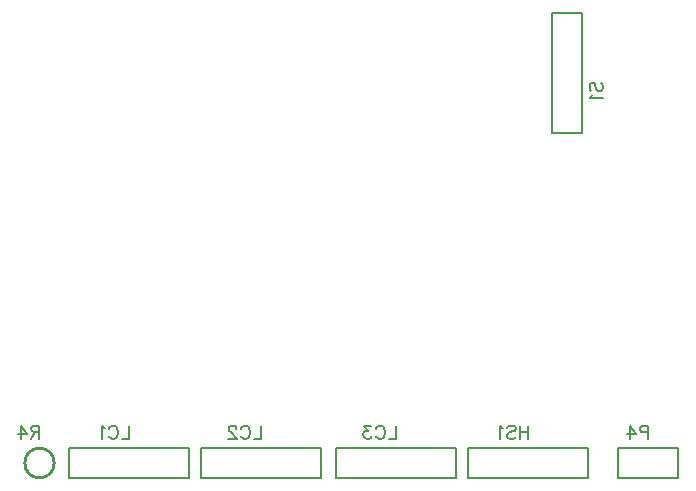
<source format=gbo>
G04 ---------------------------- Layer name :BOTTOM SILK LAYER*
G04 EasyEDA v5.6.15, Thu, 02 Aug 2018 08:18:31 GMT*
G04 cc4900fb0f2e4d9197698a7e792d27c9*
G04 Gerber Generator version 0.2*
G04 Scale: 100 percent, Rotated: No, Reflected: No *
G04 Dimensions in millimeters *
G04 leading zeros omitted , absolute positions ,3 integer and 3 decimal *
%FSLAX33Y33*%
%MOMM*%
G90*
G71D02*

%ADD10C,0.254000*%
%ADD23C,0.177800*%
%ADD25C,0.203200*%
%ADD26C,0.202999*%

%LPD*%
G54D25*
G01X56134Y3810D02*
G01X56134Y1295D01*
G01X61214Y1295D01*
G01X61214Y3810D01*
G01X56134Y3810D01*
G01X9652Y3810D02*
G01X9652Y1270D01*
G01X19812Y1270D01*
G01X19812Y3810D01*
G01X17907Y3810D01*
G54D26*
G01X9652Y3810D02*
G01X17907Y3810D01*
G54D25*
G01X20828Y3810D02*
G01X20828Y1270D01*
G01X30988Y1270D01*
G01X30988Y3810D01*
G01X29083Y3810D01*
G54D26*
G01X20828Y3810D02*
G01X29083Y3810D01*
G54D25*
G01X32258Y3810D02*
G01X32258Y1270D01*
G01X42418Y1270D01*
G01X42418Y3810D01*
G01X40513Y3810D01*
G54D26*
G01X32258Y3810D02*
G01X40513Y3810D01*
G54D25*
G01X43434Y3810D02*
G01X43434Y1270D01*
G01X53594Y1270D01*
G01X53594Y3810D01*
G01X51689Y3810D01*
G54D26*
G01X43434Y3810D02*
G01X51689Y3810D01*
G54D25*
G01X50546Y30480D02*
G01X53086Y30480D01*
G01X53086Y40640D01*
G01X50546Y40640D01*
G01X50546Y38735D01*
G54D26*
G01X50546Y30480D02*
G01X50546Y38735D01*
G54D23*
G01X58674Y5702D02*
G01X58674Y4612D01*
G01X58674Y5702D02*
G01X58206Y5702D01*
G01X58051Y5651D01*
G01X57998Y5600D01*
G01X57947Y5496D01*
G01X57947Y5339D01*
G01X57998Y5234D01*
G01X58051Y5184D01*
G01X58206Y5130D01*
G01X58674Y5130D01*
G01X57083Y5702D02*
G01X57604Y4975D01*
G01X56824Y4975D01*
G01X57083Y5702D02*
G01X57083Y4612D01*
G01X7112Y5702D02*
G01X7112Y4612D01*
G01X7112Y5702D02*
G01X6644Y5702D01*
G01X6489Y5651D01*
G01X6436Y5600D01*
G01X6385Y5496D01*
G01X6385Y5392D01*
G01X6436Y5288D01*
G01X6489Y5234D01*
G01X6644Y5184D01*
G01X7112Y5184D01*
G01X6748Y5184D02*
G01X6385Y4612D01*
G01X5521Y5702D02*
G01X6042Y4975D01*
G01X5262Y4975D01*
G01X5521Y5702D02*
G01X5521Y4612D01*
G01X14732Y5702D02*
G01X14732Y4612D01*
G01X14732Y4612D02*
G01X14109Y4612D01*
G01X12987Y5443D02*
G01X13037Y5547D01*
G01X13141Y5651D01*
G01X13246Y5702D01*
G01X13454Y5702D01*
G01X13558Y5651D01*
G01X13662Y5547D01*
G01X13713Y5443D01*
G01X13766Y5288D01*
G01X13766Y5029D01*
G01X13713Y4871D01*
G01X13662Y4767D01*
G01X13558Y4663D01*
G01X13454Y4612D01*
G01X13246Y4612D01*
G01X13141Y4663D01*
G01X13037Y4767D01*
G01X12987Y4871D01*
G01X12644Y5496D02*
G01X12539Y5547D01*
G01X12382Y5702D01*
G01X12382Y4612D01*
G01X25908Y5702D02*
G01X25908Y4612D01*
G01X25908Y4612D02*
G01X25285Y4612D01*
G01X24163Y5443D02*
G01X24213Y5547D01*
G01X24317Y5651D01*
G01X24422Y5702D01*
G01X24630Y5702D01*
G01X24734Y5651D01*
G01X24838Y5547D01*
G01X24889Y5443D01*
G01X24942Y5288D01*
G01X24942Y5029D01*
G01X24889Y4871D01*
G01X24838Y4767D01*
G01X24734Y4663D01*
G01X24630Y4612D01*
G01X24422Y4612D01*
G01X24317Y4663D01*
G01X24213Y4767D01*
G01X24163Y4871D01*
G01X23766Y5443D02*
G01X23766Y5496D01*
G01X23715Y5600D01*
G01X23662Y5651D01*
G01X23558Y5702D01*
G01X23352Y5702D01*
G01X23248Y5651D01*
G01X23195Y5600D01*
G01X23144Y5496D01*
G01X23144Y5392D01*
G01X23195Y5288D01*
G01X23299Y5130D01*
G01X23820Y4612D01*
G01X23091Y4612D01*
G01X37338Y5702D02*
G01X37338Y4612D01*
G01X37338Y4612D02*
G01X36715Y4612D01*
G01X35593Y5443D02*
G01X35643Y5547D01*
G01X35747Y5651D01*
G01X35852Y5702D01*
G01X36060Y5702D01*
G01X36164Y5651D01*
G01X36268Y5547D01*
G01X36319Y5443D01*
G01X36372Y5288D01*
G01X36372Y5029D01*
G01X36319Y4871D01*
G01X36268Y4767D01*
G01X36164Y4663D01*
G01X36060Y4612D01*
G01X35852Y4612D01*
G01X35747Y4663D01*
G01X35643Y4767D01*
G01X35593Y4871D01*
G01X35145Y5702D02*
G01X34574Y5702D01*
G01X34886Y5288D01*
G01X34729Y5288D01*
G01X34625Y5234D01*
G01X34574Y5184D01*
G01X34521Y5029D01*
G01X34521Y4925D01*
G01X34574Y4767D01*
G01X34678Y4663D01*
G01X34833Y4612D01*
G01X34988Y4612D01*
G01X35145Y4663D01*
G01X35196Y4716D01*
G01X35250Y4820D01*
G01X48514Y5702D02*
G01X48514Y4612D01*
G01X47787Y5702D02*
G01X47787Y4612D01*
G01X48514Y5184D02*
G01X47787Y5184D01*
G01X46715Y5547D02*
G01X46819Y5651D01*
G01X46977Y5702D01*
G01X47183Y5702D01*
G01X47340Y5651D01*
G01X47444Y5547D01*
G01X47444Y5443D01*
G01X47391Y5339D01*
G01X47340Y5288D01*
G01X47236Y5234D01*
G01X46923Y5130D01*
G01X46819Y5080D01*
G01X46769Y5029D01*
G01X46715Y4925D01*
G01X46715Y4767D01*
G01X46819Y4663D01*
G01X46977Y4612D01*
G01X47183Y4612D01*
G01X47340Y4663D01*
G01X47444Y4767D01*
G01X46372Y5496D02*
G01X46268Y5547D01*
G01X46113Y5702D01*
G01X46113Y4612D01*
G01X53847Y34010D02*
G01X53743Y34114D01*
G01X53693Y34269D01*
G01X53693Y34477D01*
G01X53743Y34632D01*
G01X53847Y34737D01*
G01X53952Y34737D01*
G01X54056Y34686D01*
G01X54107Y34632D01*
G01X54160Y34528D01*
G01X54264Y34216D01*
G01X54315Y34114D01*
G01X54366Y34061D01*
G01X54470Y34010D01*
G01X54627Y34010D01*
G01X54731Y34114D01*
G01X54782Y34269D01*
G01X54782Y34477D01*
G01X54731Y34632D01*
G01X54627Y34737D01*
G01X53898Y33667D02*
G01X53847Y33563D01*
G01X53693Y33406D01*
G01X54782Y33406D01*
G54D10*
G75*
G01X8362Y2540D02*
G03X8362Y2540I-1250J0D01*
G01*
M00*
M02*

</source>
